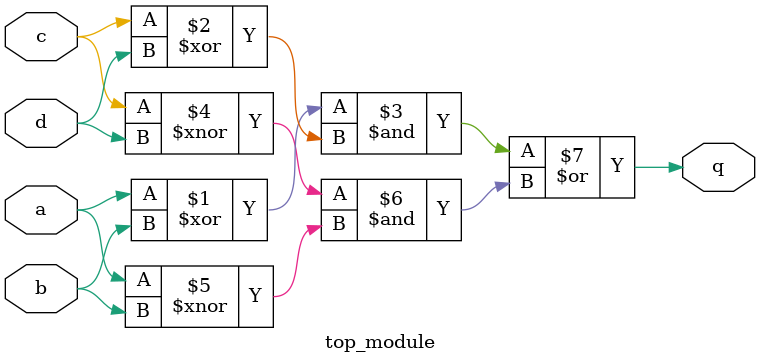
<source format=v>
module top_module (
    input a,
    input b,
    input c,
    input d,
    output q );

    assign q = (((a^b)&(c^d)) | ((c~^d)&(a~^b))); 

endmodule
</source>
